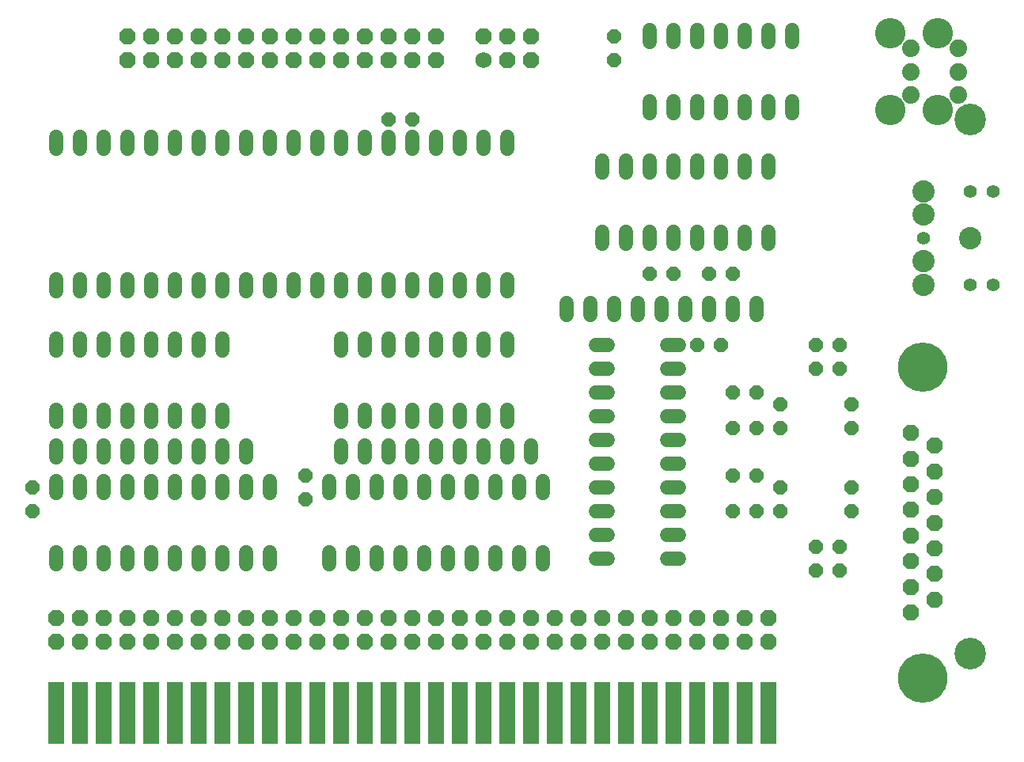
<source format=gbs>
G75*
%MOIN*%
%OFA0B0*%
%FSLAX24Y24*%
%IPPOS*%
%LPD*%
%AMOC8*
5,1,8,0,0,1.08239X$1,22.5*
%
%ADD10C,0.1330*%
%ADD11R,0.0680X0.2630*%
%ADD12OC8,0.0600*%
%ADD13OC8,0.0680*%
%ADD14C,0.0600*%
%ADD15C,0.2080*%
%ADD16C,0.0940*%
%ADD17C,0.0552*%
%ADD18C,0.0740*%
%ADD19C,0.1280*%
%ADD20C,0.0680*%
D10*
X040233Y004440D03*
X040233Y026940D03*
D11*
X001733Y001940D03*
X002733Y001940D03*
X003733Y001940D03*
X004733Y001940D03*
X005733Y001940D03*
X006733Y001940D03*
X007733Y001940D03*
X008733Y001940D03*
X009733Y001940D03*
X010733Y001940D03*
X011733Y001940D03*
X012733Y001940D03*
X013733Y001940D03*
X014733Y001940D03*
X015733Y001940D03*
X016733Y001940D03*
X017733Y001940D03*
X018733Y001940D03*
X019733Y001940D03*
X020733Y001940D03*
X021733Y001940D03*
X022733Y001940D03*
X023733Y001940D03*
X024733Y001940D03*
X025733Y001940D03*
X026733Y001940D03*
X027733Y001940D03*
X028733Y001940D03*
X029733Y001940D03*
X030733Y001940D03*
X031733Y001940D03*
D12*
X033733Y007940D03*
X034733Y007940D03*
X034733Y008940D03*
X033733Y008940D03*
X032233Y010440D03*
X031233Y010440D03*
X030233Y010440D03*
X030233Y011940D03*
X031233Y011940D03*
X032233Y011440D03*
X035233Y011440D03*
X035233Y010440D03*
X035233Y013940D03*
X035233Y014940D03*
X034733Y016440D03*
X033733Y016440D03*
X033733Y017440D03*
X034733Y017440D03*
X031233Y015440D03*
X030233Y015440D03*
X032233Y014940D03*
X032233Y013940D03*
X031233Y013940D03*
X030233Y013940D03*
X029733Y017440D03*
X028733Y017440D03*
X029233Y020440D03*
X030233Y020440D03*
X027733Y020440D03*
X026733Y020440D03*
X016733Y026940D03*
X015733Y026940D03*
X025233Y029440D03*
X025233Y030440D03*
X012233Y011940D03*
X012233Y010940D03*
X000733Y010440D03*
X000733Y011440D03*
D13*
X001733Y005940D03*
X002733Y005940D03*
X003733Y005940D03*
X004733Y005940D03*
X005733Y005940D03*
X006733Y005940D03*
X007733Y005940D03*
X008733Y005940D03*
X009733Y005940D03*
X010733Y005940D03*
X011733Y005940D03*
X012733Y005940D03*
X013733Y005940D03*
X014733Y005940D03*
X015733Y005940D03*
X016733Y005940D03*
X017733Y005940D03*
X018733Y005940D03*
X019733Y005940D03*
X020733Y005940D03*
X021733Y005940D03*
X022733Y005940D03*
X023733Y005940D03*
X024733Y005940D03*
X025733Y005940D03*
X026733Y005940D03*
X027733Y005940D03*
X028733Y005940D03*
X029733Y005940D03*
X030733Y005940D03*
X031733Y005940D03*
X031733Y004940D03*
X030733Y004940D03*
X029733Y004940D03*
X028733Y004940D03*
X027733Y004940D03*
X026733Y004940D03*
X025733Y004940D03*
X024733Y004940D03*
X023733Y004940D03*
X022733Y004940D03*
X021733Y004940D03*
X020733Y004940D03*
X019733Y004940D03*
X018733Y004940D03*
X017733Y004940D03*
X016733Y004940D03*
X015733Y004940D03*
X014733Y004940D03*
X013733Y004940D03*
X012733Y004940D03*
X011733Y004940D03*
X010733Y004940D03*
X009733Y004940D03*
X008733Y004940D03*
X007733Y004940D03*
X006733Y004940D03*
X005733Y004940D03*
X004733Y004940D03*
X003733Y004940D03*
X002733Y004940D03*
X001733Y004940D03*
X037733Y006160D03*
X038733Y006700D03*
X037733Y007240D03*
X038733Y007780D03*
X037733Y008320D03*
X038733Y008860D03*
X037733Y009400D03*
X038733Y009940D03*
X037733Y010480D03*
X038733Y011020D03*
X037733Y011560D03*
X038733Y012100D03*
X037733Y012640D03*
X038733Y013180D03*
X037733Y013720D03*
X021733Y029440D03*
X020733Y029440D03*
X020733Y030440D03*
X021733Y030440D03*
X019733Y030440D03*
X017733Y030440D03*
X016733Y030440D03*
X015733Y030440D03*
X014733Y030440D03*
X013733Y030440D03*
X012733Y030440D03*
X011733Y030440D03*
X010733Y030440D03*
X009733Y030440D03*
X008733Y030440D03*
X007733Y030440D03*
X006733Y030440D03*
X005733Y030440D03*
X004733Y030440D03*
X004733Y029440D03*
X005733Y029440D03*
X006733Y029440D03*
X007733Y029440D03*
X008733Y029440D03*
X009733Y029440D03*
X010733Y029440D03*
X011733Y029440D03*
X012733Y029440D03*
X013733Y029440D03*
X014733Y029440D03*
X015733Y029440D03*
X016733Y029440D03*
X017733Y029440D03*
D14*
X017733Y026200D02*
X017733Y025680D01*
X016733Y025680D02*
X016733Y026200D01*
X015733Y026200D02*
X015733Y025680D01*
X014733Y025680D02*
X014733Y026200D01*
X013733Y026200D02*
X013733Y025680D01*
X012733Y025680D02*
X012733Y026200D01*
X011733Y026200D02*
X011733Y025680D01*
X010733Y025680D02*
X010733Y026200D01*
X009733Y026200D02*
X009733Y025680D01*
X008733Y025680D02*
X008733Y026200D01*
X007733Y026200D02*
X007733Y025680D01*
X006733Y025680D02*
X006733Y026200D01*
X005733Y026200D02*
X005733Y025680D01*
X004733Y025680D02*
X004733Y026200D01*
X003733Y026200D02*
X003733Y025680D01*
X002733Y025680D02*
X002733Y026200D01*
X001733Y026200D02*
X001733Y025680D01*
X001733Y020200D02*
X001733Y019680D01*
X002733Y019680D02*
X002733Y020200D01*
X003733Y020200D02*
X003733Y019680D01*
X004733Y019680D02*
X004733Y020200D01*
X005733Y020200D02*
X005733Y019680D01*
X006733Y019680D02*
X006733Y020200D01*
X007733Y020200D02*
X007733Y019680D01*
X008733Y019680D02*
X008733Y020200D01*
X009733Y020200D02*
X009733Y019680D01*
X010733Y019680D02*
X010733Y020200D01*
X011733Y020200D02*
X011733Y019680D01*
X012733Y019680D02*
X012733Y020200D01*
X013733Y020200D02*
X013733Y019680D01*
X014733Y019680D02*
X014733Y020200D01*
X015733Y020200D02*
X015733Y019680D01*
X016733Y019680D02*
X016733Y020200D01*
X017733Y020200D02*
X017733Y019680D01*
X018733Y019680D02*
X018733Y020200D01*
X019733Y020200D02*
X019733Y019680D01*
X020733Y019680D02*
X020733Y020200D01*
X023233Y019200D02*
X023233Y018680D01*
X024233Y018680D02*
X024233Y019200D01*
X025233Y019200D02*
X025233Y018680D01*
X026233Y018680D02*
X026233Y019200D01*
X027233Y019200D02*
X027233Y018680D01*
X028233Y018680D02*
X028233Y019200D01*
X029233Y019200D02*
X029233Y018680D01*
X030233Y018680D02*
X030233Y019200D01*
X031233Y019200D02*
X031233Y018680D01*
X027993Y017440D02*
X027473Y017440D01*
X027473Y016440D02*
X027993Y016440D01*
X027993Y015440D02*
X027473Y015440D01*
X027473Y014440D02*
X027993Y014440D01*
X027993Y013440D02*
X027473Y013440D01*
X027473Y012440D02*
X027993Y012440D01*
X027993Y011440D02*
X027473Y011440D01*
X027473Y010440D02*
X027993Y010440D01*
X027993Y009440D02*
X027473Y009440D01*
X027473Y008440D02*
X027993Y008440D01*
X024993Y008440D02*
X024473Y008440D01*
X024473Y009440D02*
X024993Y009440D01*
X024993Y010440D02*
X024473Y010440D01*
X024473Y011440D02*
X024993Y011440D01*
X024993Y012440D02*
X024473Y012440D01*
X024473Y013440D02*
X024993Y013440D01*
X024993Y014440D02*
X024473Y014440D01*
X024473Y015440D02*
X024993Y015440D01*
X024993Y016440D02*
X024473Y016440D01*
X024473Y017440D02*
X024993Y017440D01*
X020733Y017700D02*
X020733Y017180D01*
X019733Y017180D02*
X019733Y017700D01*
X018733Y017700D02*
X018733Y017180D01*
X017733Y017180D02*
X017733Y017700D01*
X016733Y017700D02*
X016733Y017180D01*
X015733Y017180D02*
X015733Y017700D01*
X014733Y017700D02*
X014733Y017180D01*
X013733Y017180D02*
X013733Y017700D01*
X013733Y014700D02*
X013733Y014180D01*
X014733Y014180D02*
X014733Y014700D01*
X015733Y014700D02*
X015733Y014180D01*
X016733Y014180D02*
X016733Y014700D01*
X017733Y014700D02*
X017733Y014180D01*
X018733Y014180D02*
X018733Y014700D01*
X019733Y014700D02*
X019733Y014180D01*
X020733Y014180D02*
X020733Y014700D01*
X020733Y013200D02*
X020733Y012680D01*
X021733Y012680D02*
X021733Y013200D01*
X019733Y013200D02*
X019733Y012680D01*
X018733Y012680D02*
X018733Y013200D01*
X017733Y013200D02*
X017733Y012680D01*
X016733Y012680D02*
X016733Y013200D01*
X015733Y013200D02*
X015733Y012680D01*
X014733Y012680D02*
X014733Y013200D01*
X013733Y013200D02*
X013733Y012680D01*
X013233Y011700D02*
X013233Y011180D01*
X014233Y011180D02*
X014233Y011700D01*
X015233Y011700D02*
X015233Y011180D01*
X016233Y011180D02*
X016233Y011700D01*
X017233Y011700D02*
X017233Y011180D01*
X018233Y011180D02*
X018233Y011700D01*
X019233Y011700D02*
X019233Y011180D01*
X020233Y011180D02*
X020233Y011700D01*
X021233Y011700D02*
X021233Y011180D01*
X022233Y011180D02*
X022233Y011700D01*
X022233Y008700D02*
X022233Y008180D01*
X021233Y008180D02*
X021233Y008700D01*
X020233Y008700D02*
X020233Y008180D01*
X019233Y008180D02*
X019233Y008700D01*
X018233Y008700D02*
X018233Y008180D01*
X017233Y008180D02*
X017233Y008700D01*
X016233Y008700D02*
X016233Y008180D01*
X015233Y008180D02*
X015233Y008700D01*
X014233Y008700D02*
X014233Y008180D01*
X013233Y008180D02*
X013233Y008700D01*
X010733Y008700D02*
X010733Y008180D01*
X009733Y008180D02*
X009733Y008700D01*
X008733Y008700D02*
X008733Y008180D01*
X007733Y008180D02*
X007733Y008700D01*
X006733Y008700D02*
X006733Y008180D01*
X005733Y008180D02*
X005733Y008700D01*
X004733Y008700D02*
X004733Y008180D01*
X003733Y008180D02*
X003733Y008700D01*
X002733Y008700D02*
X002733Y008180D01*
X001733Y008180D02*
X001733Y008700D01*
X001733Y011180D02*
X001733Y011700D01*
X002733Y011700D02*
X002733Y011180D01*
X003733Y011180D02*
X003733Y011700D01*
X004733Y011700D02*
X004733Y011180D01*
X005733Y011180D02*
X005733Y011700D01*
X006733Y011700D02*
X006733Y011180D01*
X007733Y011180D02*
X007733Y011700D01*
X008733Y011700D02*
X008733Y011180D01*
X009733Y011180D02*
X009733Y011700D01*
X010733Y011700D02*
X010733Y011180D01*
X009733Y012680D02*
X009733Y013200D01*
X008733Y013200D02*
X008733Y012680D01*
X007733Y012680D02*
X007733Y013200D01*
X006733Y013200D02*
X006733Y012680D01*
X005733Y012680D02*
X005733Y013200D01*
X004733Y013200D02*
X004733Y012680D01*
X003733Y012680D02*
X003733Y013200D01*
X002733Y013200D02*
X002733Y012680D01*
X001733Y012680D02*
X001733Y013200D01*
X001733Y014180D02*
X001733Y014700D01*
X002733Y014700D02*
X002733Y014180D01*
X003733Y014180D02*
X003733Y014700D01*
X004733Y014700D02*
X004733Y014180D01*
X005733Y014180D02*
X005733Y014700D01*
X006733Y014700D02*
X006733Y014180D01*
X007733Y014180D02*
X007733Y014700D01*
X008733Y014700D02*
X008733Y014180D01*
X008733Y017180D02*
X008733Y017700D01*
X007733Y017700D02*
X007733Y017180D01*
X006733Y017180D02*
X006733Y017700D01*
X005733Y017700D02*
X005733Y017180D01*
X004733Y017180D02*
X004733Y017700D01*
X003733Y017700D02*
X003733Y017180D01*
X002733Y017180D02*
X002733Y017700D01*
X001733Y017700D02*
X001733Y017180D01*
X018733Y025680D02*
X018733Y026200D01*
X019733Y026200D02*
X019733Y025680D01*
X020733Y025680D02*
X020733Y026200D01*
X024733Y025200D02*
X024733Y024680D01*
X025733Y024680D02*
X025733Y025200D01*
X026733Y025200D02*
X026733Y024680D01*
X027733Y024680D02*
X027733Y025200D01*
X028733Y025200D02*
X028733Y024680D01*
X029733Y024680D02*
X029733Y025200D01*
X030733Y025200D02*
X030733Y024680D01*
X031733Y024680D02*
X031733Y025200D01*
X031733Y027180D02*
X031733Y027700D01*
X030733Y027700D02*
X030733Y027180D01*
X029733Y027180D02*
X029733Y027700D01*
X028733Y027700D02*
X028733Y027180D01*
X027733Y027180D02*
X027733Y027700D01*
X026733Y027700D02*
X026733Y027180D01*
X026733Y030180D02*
X026733Y030700D01*
X027733Y030700D02*
X027733Y030180D01*
X028733Y030180D02*
X028733Y030700D01*
X029733Y030700D02*
X029733Y030180D01*
X030733Y030180D02*
X030733Y030700D01*
X031733Y030700D02*
X031733Y030180D01*
X032733Y030180D02*
X032733Y030700D01*
X032733Y027700D02*
X032733Y027180D01*
X031733Y022200D02*
X031733Y021680D01*
X030733Y021680D02*
X030733Y022200D01*
X029733Y022200D02*
X029733Y021680D01*
X028733Y021680D02*
X028733Y022200D01*
X027733Y022200D02*
X027733Y021680D01*
X026733Y021680D02*
X026733Y022200D01*
X025733Y022200D02*
X025733Y021680D01*
X024733Y021680D02*
X024733Y022200D01*
D15*
X038233Y016500D03*
X038233Y003380D03*
D16*
X038265Y019971D03*
X038265Y020956D03*
X040233Y021940D03*
X038265Y022924D03*
X038265Y023909D03*
D17*
X040233Y023909D03*
X041218Y023909D03*
X038265Y021940D03*
X040233Y019971D03*
X041218Y019971D03*
D18*
X039733Y027956D03*
X039733Y028940D03*
X039733Y029924D03*
X037733Y029924D03*
X037733Y028940D03*
X037733Y027956D03*
D19*
X036867Y027326D03*
X038867Y027326D03*
X038867Y030554D03*
X036867Y030554D03*
D20*
X019733Y029440D03*
M02*

</source>
